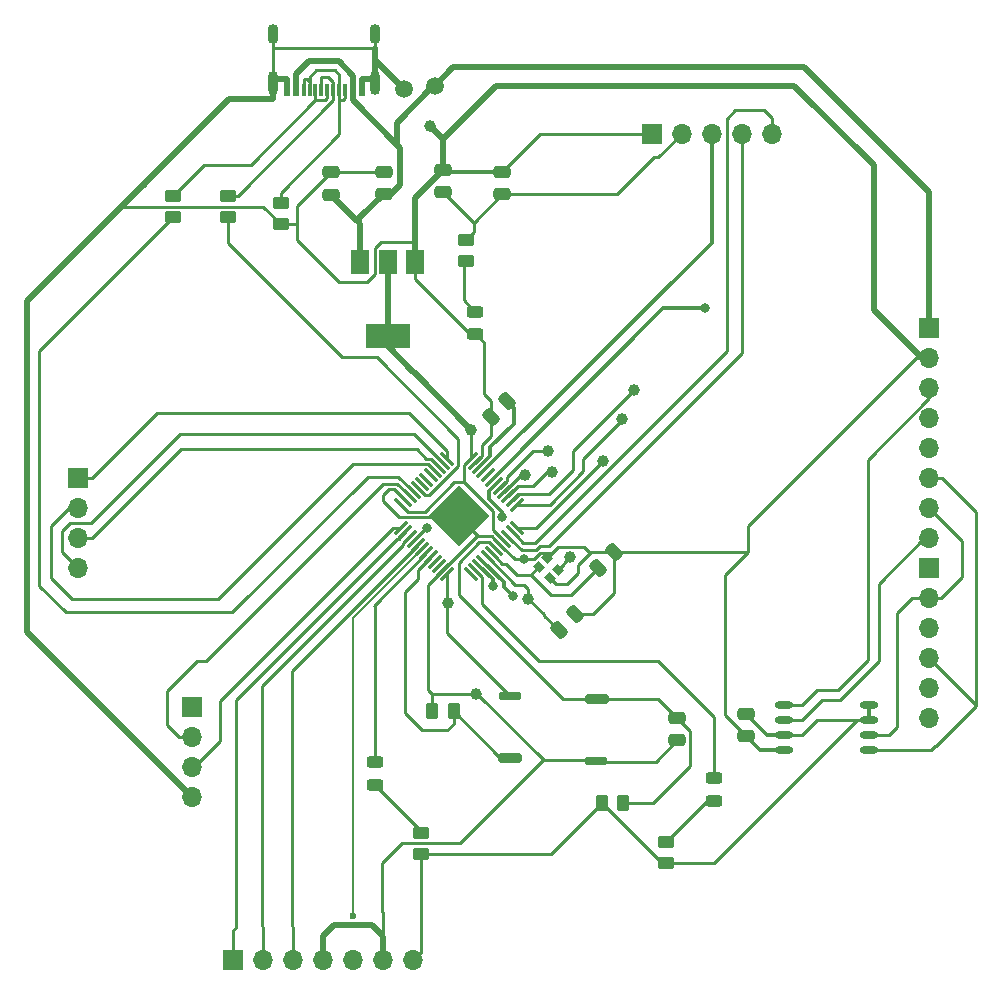
<source format=gbr>
%TF.GenerationSoftware,KiCad,Pcbnew,7.0.10*%
%TF.CreationDate,2024-04-02T20:17:41+05:30*%
%TF.ProjectId,blackpill-tft,626c6163-6b70-4696-9c6c-2d7466742e6b,rev?*%
%TF.SameCoordinates,Original*%
%TF.FileFunction,Copper,L1,Top*%
%TF.FilePolarity,Positive*%
%FSLAX46Y46*%
G04 Gerber Fmt 4.6, Leading zero omitted, Abs format (unit mm)*
G04 Created by KiCad (PCBNEW 7.0.10) date 2024-04-02 20:17:41*
%MOMM*%
%LPD*%
G01*
G04 APERTURE LIST*
G04 Aperture macros list*
%AMRoundRect*
0 Rectangle with rounded corners*
0 $1 Rounding radius*
0 $2 $3 $4 $5 $6 $7 $8 $9 X,Y pos of 4 corners*
0 Add a 4 corners polygon primitive as box body*
4,1,4,$2,$3,$4,$5,$6,$7,$8,$9,$2,$3,0*
0 Add four circle primitives for the rounded corners*
1,1,$1+$1,$2,$3*
1,1,$1+$1,$4,$5*
1,1,$1+$1,$6,$7*
1,1,$1+$1,$8,$9*
0 Add four rect primitives between the rounded corners*
20,1,$1+$1,$2,$3,$4,$5,0*
20,1,$1+$1,$4,$5,$6,$7,0*
20,1,$1+$1,$6,$7,$8,$9,0*
20,1,$1+$1,$8,$9,$2,$3,0*%
%AMRotRect*
0 Rectangle, with rotation*
0 The origin of the aperture is its center*
0 $1 length*
0 $2 width*
0 $3 Rotation angle, in degrees counterclockwise*
0 Add horizontal line*
21,1,$1,$2,0,0,$3*%
G04 Aperture macros list end*
%TA.AperFunction,SMDPad,CuDef*%
%ADD10R,1.500000X2.000000*%
%TD*%
%TA.AperFunction,SMDPad,CuDef*%
%ADD11R,3.800000X2.000000*%
%TD*%
%TA.AperFunction,SMDPad,CuDef*%
%ADD12RoundRect,0.250000X0.450000X-0.262500X0.450000X0.262500X-0.450000X0.262500X-0.450000X-0.262500X0*%
%TD*%
%TA.AperFunction,ComponentPad*%
%ADD13R,1.700000X1.700000*%
%TD*%
%TA.AperFunction,ComponentPad*%
%ADD14O,1.700000X1.700000*%
%TD*%
%TA.AperFunction,SMDPad,CuDef*%
%ADD15RoundRect,0.250000X-0.450000X0.262500X-0.450000X-0.262500X0.450000X-0.262500X0.450000X0.262500X0*%
%TD*%
%TA.AperFunction,SMDPad,CuDef*%
%ADD16RoundRect,0.243750X-0.456250X0.243750X-0.456250X-0.243750X0.456250X-0.243750X0.456250X0.243750X0*%
%TD*%
%TA.AperFunction,SMDPad,CuDef*%
%ADD17RoundRect,0.250000X-0.475000X0.250000X-0.475000X-0.250000X0.475000X-0.250000X0.475000X0.250000X0*%
%TD*%
%TA.AperFunction,SMDPad,CuDef*%
%ADD18O,1.600000X0.600000*%
%TD*%
%TA.AperFunction,SMDPad,CuDef*%
%ADD19RoundRect,0.250000X0.475000X-0.250000X0.475000X0.250000X-0.475000X0.250000X-0.475000X-0.250000X0*%
%TD*%
%TA.AperFunction,SMDPad,CuDef*%
%ADD20RoundRect,0.200000X-0.800000X0.200000X-0.800000X-0.200000X0.800000X-0.200000X0.800000X0.200000X0*%
%TD*%
%TA.AperFunction,SMDPad,CuDef*%
%ADD21RoundRect,0.185850X-0.743600X0.185850X-0.743600X-0.185850X0.743600X-0.185850X0.743600X0.185850X0*%
%TD*%
%TA.AperFunction,SMDPad,CuDef*%
%ADD22RoundRect,0.250000X0.159099X-0.512652X0.512652X-0.159099X-0.159099X0.512652X-0.512652X0.159099X0*%
%TD*%
%TA.AperFunction,SMDPad,CuDef*%
%ADD23RotRect,0.700000X0.750000X225.000000*%
%TD*%
%TA.AperFunction,SMDPad,CuDef*%
%ADD24RoundRect,0.200000X0.800000X-0.200000X0.800000X0.200000X-0.800000X0.200000X-0.800000X-0.200000X0*%
%TD*%
%TA.AperFunction,SMDPad,CuDef*%
%ADD25RoundRect,0.185850X0.730900X-0.185850X0.730900X0.185850X-0.730900X0.185850X-0.730900X-0.185850X0*%
%TD*%
%TA.AperFunction,SMDPad,CuDef*%
%ADD26RoundRect,0.243750X0.456250X-0.243750X0.456250X0.243750X-0.456250X0.243750X-0.456250X-0.243750X0*%
%TD*%
%TA.AperFunction,SMDPad,CuDef*%
%ADD27R,0.600000X1.140000*%
%TD*%
%TA.AperFunction,SMDPad,CuDef*%
%ADD28R,0.300000X1.140000*%
%TD*%
%TA.AperFunction,ComponentPad*%
%ADD29O,0.900000X2.000000*%
%TD*%
%TA.AperFunction,ComponentPad*%
%ADD30O,0.900000X1.700000*%
%TD*%
%TA.AperFunction,SMDPad,CuDef*%
%ADD31RoundRect,0.075000X0.521491X-0.415425X-0.415425X0.521491X-0.521491X0.415425X0.415425X-0.521491X0*%
%TD*%
%TA.AperFunction,SMDPad,CuDef*%
%ADD32RoundRect,0.075000X0.521491X0.415425X0.415425X0.521491X-0.521491X-0.415425X-0.415425X-0.521491X0*%
%TD*%
%TA.AperFunction,SMDPad,CuDef*%
%ADD33RotRect,3.600000X3.600000X135.000000*%
%TD*%
%TA.AperFunction,SMDPad,CuDef*%
%ADD34RoundRect,0.250000X-0.262500X-0.450000X0.262500X-0.450000X0.262500X0.450000X-0.262500X0.450000X0*%
%TD*%
%TA.AperFunction,SMDPad,CuDef*%
%ADD35RoundRect,0.250000X-0.159099X0.512652X-0.512652X0.159099X0.159099X-0.512652X0.512652X-0.159099X0*%
%TD*%
%TA.AperFunction,ViaPad*%
%ADD36C,0.800000*%
%TD*%
%TA.AperFunction,ViaPad*%
%ADD37C,1.500000*%
%TD*%
%TA.AperFunction,ViaPad*%
%ADD38C,1.000000*%
%TD*%
%TA.AperFunction,ViaPad*%
%ADD39C,0.600000*%
%TD*%
%TA.AperFunction,Conductor*%
%ADD40C,0.250000*%
%TD*%
%TA.AperFunction,Conductor*%
%ADD41C,0.500000*%
%TD*%
%TA.AperFunction,Conductor*%
%ADD42C,0.300000*%
%TD*%
%TA.AperFunction,Conductor*%
%ADD43C,0.200000*%
%TD*%
G04 APERTURE END LIST*
D10*
%TO.P,U2,1,GND*%
%TO.N,GND*%
X137720200Y-81673800D03*
%TO.P,U2,2,VO*%
%TO.N,+3.3V*%
X135420200Y-81673800D03*
D11*
X135420200Y-87973800D03*
D10*
%TO.P,U2,3,VI*%
%TO.N,+5V*%
X133120200Y-81673800D03*
%TD*%
D12*
%TO.P,R2,1*%
%TO.N,/PA11*%
X121910000Y-77903400D03*
%TO.P,R2,2*%
%TO.N,/USB_DN*%
X121910000Y-76078400D03*
%TD*%
D13*
%TO.P,J3,1,Pin_1*%
%TO.N,+3.3V*%
X118880000Y-119400000D03*
D14*
%TO.P,J3,2,Pin_2*%
%TO.N,/SWDIO*%
X118880000Y-121940000D03*
%TO.P,J3,3,Pin_3*%
%TO.N,/SWCLK*%
X118880000Y-124480000D03*
%TO.P,J3,4,Pin_4*%
%TO.N,GND*%
X118880000Y-127020000D03*
%TD*%
D15*
%TO.P,R4,1*%
%TO.N,+3.3V*%
X142075000Y-79821900D03*
%TO.P,R4,2*%
%TO.N,Net-(D1-A)*%
X142075000Y-81646900D03*
%TD*%
D16*
%TO.P,D3,1,K*%
%TO.N,/PC13*%
X163062800Y-125421700D03*
%TO.P,D3,2,A*%
%TO.N,Net-(D3-A)*%
X163062800Y-127296700D03*
%TD*%
D17*
%TO.P,C8,1*%
%TO.N,/NRST*%
X159938600Y-120303800D03*
%TO.P,C8,2*%
%TO.N,GND*%
X159938600Y-122203800D03*
%TD*%
D18*
%TO.P,U3,1,~{CS}*%
%TO.N,/PA4*%
X168980000Y-119225000D03*
%TO.P,U3,2,DO(IO1)*%
%TO.N,/PA6*%
X168980000Y-120495000D03*
%TO.P,U3,3,~{WP}(IO2)*%
%TO.N,+3.3V*%
X168980000Y-121765000D03*
%TO.P,U3,4,GND*%
%TO.N,GND*%
X168980000Y-123035000D03*
%TO.P,U3,5,DI(IO0)*%
%TO.N,/PA7*%
X176180000Y-123035000D03*
%TO.P,U3,6,CLK*%
%TO.N,/PA5*%
X176180000Y-121765000D03*
%TO.P,U3,7,~{HOLD}/~{RESET}(IO3)*%
%TO.N,+3.3V*%
X176180000Y-120495000D03*
%TO.P,U3,8,VCC*%
X176180000Y-119225000D03*
%TD*%
D17*
%TO.P,C9,1*%
%TO.N,+3.3V*%
X165760000Y-119950000D03*
%TO.P,C9,2*%
%TO.N,GND*%
X165760000Y-121850000D03*
%TD*%
D19*
%TO.P,C1,1*%
%TO.N,+5V*%
X135080000Y-75940000D03*
%TO.P,C1,2*%
%TO.N,GND*%
X135080000Y-74040000D03*
%TD*%
D20*
%TO.P,NRST1,1,1*%
%TO.N,/NRST*%
X153144100Y-118687300D03*
D21*
%TO.P,NRST1,2,2*%
%TO.N,GND*%
X153103650Y-123946200D03*
%TD*%
D22*
%TO.P,C7,1*%
%TO.N,Net-(U1-PH1)*%
X153238249Y-107571751D03*
%TO.P,C7,2*%
%TO.N,GND*%
X154581751Y-106228249D03*
%TD*%
D15*
%TO.P,R1,1*%
%TO.N,/CC*%
X126400200Y-76671300D03*
%TO.P,R1,2*%
%TO.N,GND*%
X126400200Y-78496300D03*
%TD*%
D12*
%TO.P,R5,1*%
%TO.N,+3.3V*%
X158973400Y-132611300D03*
%TO.P,R5,2*%
%TO.N,Net-(D3-A)*%
X158973400Y-130786300D03*
%TD*%
D23*
%TO.P,Y1,1,1*%
%TO.N,Net-(U1-PH0)*%
X149870850Y-107733744D03*
%TO.P,Y1,2,2*%
%TO.N,GND*%
X148916256Y-106779150D03*
%TO.P,Y1,3,3*%
%TO.N,Net-(U1-PH1)*%
X148209150Y-107486256D03*
%TO.P,Y1,4,4*%
%TO.N,GND*%
X149163744Y-108440850D03*
%TD*%
D24*
%TO.P,BOOT1,1,1*%
%TO.N,/BOOT0*%
X145800000Y-123660000D03*
D25*
%TO.P,BOOT1,2,2*%
%TO.N,+3.3V*%
X145827750Y-118426500D03*
%TD*%
D19*
%TO.P,C3,1*%
%TO.N,+3.3V*%
X140100200Y-75773800D03*
%TO.P,C3,2*%
%TO.N,GND*%
X140100200Y-73873800D03*
%TD*%
%TO.P,C2,1*%
%TO.N,+5V*%
X130620200Y-76003800D03*
%TO.P,C2,2*%
%TO.N,GND*%
X130620200Y-74103800D03*
%TD*%
D16*
%TO.P,D4,1,K*%
%TO.N,/PB7*%
X134330000Y-124065000D03*
%TO.P,D4,2,A*%
%TO.N,Net-(D4-A)*%
X134330000Y-125940000D03*
%TD*%
D12*
%TO.P,R9,1*%
%TO.N,+3.3V*%
X138243500Y-131841400D03*
%TO.P,R9,2*%
%TO.N,Net-(D4-A)*%
X138243500Y-130016400D03*
%TD*%
D26*
%TO.P,D1,1,K*%
%TO.N,GND*%
X142862400Y-87782700D03*
%TO.P,D1,2,A*%
%TO.N,Net-(D1-A)*%
X142862400Y-85907700D03*
%TD*%
D27*
%TO.P,J1,A1_B12,GND*%
%TO.N,GND*%
X133270200Y-67123800D03*
%TO.P,J1,A4_B9,VBUS*%
%TO.N,+5V*%
X132470200Y-67123800D03*
D28*
%TO.P,J1,A5,CC1*%
%TO.N,/CC*%
X131320200Y-67123800D03*
%TO.P,J1,A6,DP1*%
%TO.N,/USB_DP*%
X130320200Y-67123800D03*
%TO.P,J1,A7,DN1*%
%TO.N,/USB_DN*%
X129820200Y-67123800D03*
%TO.P,J1,A8,SBU1*%
%TO.N,/CC*%
X128820200Y-67123800D03*
D27*
%TO.P,J1,B1_A12,GND*%
%TO.N,GND*%
X126870200Y-67123800D03*
%TO.P,J1,B4_A9,VBUS*%
%TO.N,+5V*%
X127670200Y-67123800D03*
D28*
%TO.P,J1,B5,CC2*%
%TO.N,/CC*%
X128320200Y-67123800D03*
%TO.P,J1,B6,DP2*%
%TO.N,/USB_DP*%
X129320200Y-67123800D03*
%TO.P,J1,B7,DN2*%
%TO.N,/USB_DN*%
X130820200Y-67123800D03*
%TO.P,J1,B8,SBU2*%
%TO.N,/CC*%
X131820200Y-67123800D03*
D29*
%TO.P,J1,S1,SHIELD*%
%TO.N,GND*%
X134395200Y-66543800D03*
%TO.P,J1,S2,SHIELD*%
X125745200Y-66543800D03*
D30*
%TO.P,J1,S3,SHIELD*%
X134395200Y-62373800D03*
%TO.P,J1,S4,SHIELD*%
X125745200Y-62373800D03*
%TD*%
D31*
%TO.P,U1,1,VBAT*%
%TO.N,/VBAT*%
X142470888Y-108129076D03*
%TO.P,U1,2,PC13*%
%TO.N,/PC13*%
X142824442Y-107775522D03*
%TO.P,U1,3,PC14*%
%TO.N,/PC14*%
X143177995Y-107421969D03*
%TO.P,U1,4,PC15*%
%TO.N,/PC15*%
X143531549Y-107068415D03*
%TO.P,U1,5,PH0*%
%TO.N,Net-(U1-PH0)*%
X143885102Y-106714862D03*
%TO.P,U1,6,PH1*%
%TO.N,Net-(U1-PH1)*%
X144238655Y-106361309D03*
%TO.P,U1,7,NRST*%
%TO.N,/NRST*%
X144592209Y-106007755D03*
%TO.P,U1,8,VSSA*%
%TO.N,GND*%
X144945762Y-105654202D03*
%TO.P,U1,9,VREF+*%
%TO.N,+3.3V*%
X145299315Y-105300649D03*
%TO.P,U1,10,PA0*%
%TO.N,/PA0*%
X145652869Y-104947095D03*
%TO.P,U1,11,PA1*%
%TO.N,/PA1*%
X146006422Y-104593542D03*
%TO.P,U1,12,PA2*%
%TO.N,/PA2*%
X146359976Y-104239988D03*
D32*
%TO.P,U1,13,PA3*%
%TO.N,/PA3*%
X146359976Y-102242412D03*
%TO.P,U1,14,PA4*%
%TO.N,/PA4*%
X146006422Y-101888858D03*
%TO.P,U1,15,PA5*%
%TO.N,/PA5*%
X145652869Y-101535305D03*
%TO.P,U1,16,PA6*%
%TO.N,/PA6*%
X145299315Y-101181751D03*
%TO.P,U1,17,PA7*%
%TO.N,/PA7*%
X144945762Y-100828198D03*
%TO.P,U1,18,PB0*%
%TO.N,/PB0*%
X144592209Y-100474645D03*
%TO.P,U1,19,PB1*%
%TO.N,/PB1*%
X144238655Y-100121091D03*
%TO.P,U1,20,PB2*%
%TO.N,/PB2*%
X143885102Y-99767538D03*
%TO.P,U1,21,PB10*%
%TO.N,/PB10*%
X143531549Y-99413985D03*
%TO.P,U1,22,VCAP1*%
%TO.N,Net-(U1-VCAP1)*%
X143177995Y-99060431D03*
%TO.P,U1,23,VSS*%
%TO.N,GND*%
X142824442Y-98706878D03*
%TO.P,U1,24,VDD*%
%TO.N,+3.3V*%
X142470888Y-98353324D03*
D31*
%TO.P,U1,25,PB12*%
%TO.N,/PB12*%
X140473312Y-98353324D03*
%TO.P,U1,26,PB13*%
%TO.N,/PB13*%
X140119758Y-98706878D03*
%TO.P,U1,27,PB14*%
%TO.N,/PB14*%
X139766205Y-99060431D03*
%TO.P,U1,28,PB15*%
%TO.N,/PB15*%
X139412651Y-99413985D03*
%TO.P,U1,29,PA8*%
%TO.N,/PA8*%
X139059098Y-99767538D03*
%TO.P,U1,30,PA9*%
%TO.N,/PA9*%
X138705545Y-100121091D03*
%TO.P,U1,31,PA10*%
%TO.N,/PA10*%
X138351991Y-100474645D03*
%TO.P,U1,32,PA11*%
%TO.N,/PA11*%
X137998438Y-100828198D03*
%TO.P,U1,33,PA12*%
%TO.N,/PA12*%
X137644885Y-101181751D03*
%TO.P,U1,34,PA13*%
%TO.N,/SWDIO*%
X137291331Y-101535305D03*
%TO.P,U1,35,VSS*%
%TO.N,GND*%
X136937778Y-101888858D03*
%TO.P,U1,36,VDD*%
%TO.N,+3.3V*%
X136584224Y-102242412D03*
D32*
%TO.P,U1,37,PA14*%
%TO.N,/SWCLK*%
X136584224Y-104239988D03*
%TO.P,U1,38,PA15*%
%TO.N,/PA15*%
X136937778Y-104593542D03*
%TO.P,U1,39,PB3*%
%TO.N,/PB3*%
X137291331Y-104947095D03*
%TO.P,U1,40,PB4*%
%TO.N,/PB4*%
X137644885Y-105300649D03*
%TO.P,U1,41,PB5*%
%TO.N,/PB5*%
X137998438Y-105654202D03*
%TO.P,U1,42,PB6*%
%TO.N,/PB6*%
X138351991Y-106007755D03*
%TO.P,U1,43,PB7*%
%TO.N,/PB7*%
X138705545Y-106361309D03*
%TO.P,U1,44,BOOT0*%
%TO.N,/BOOT0*%
X139059098Y-106714862D03*
%TO.P,U1,45,PB8*%
%TO.N,/PB8*%
X139412651Y-107068415D03*
%TO.P,U1,46,PB9*%
%TO.N,/PB9*%
X139766205Y-107421969D03*
%TO.P,U1,47,VSS*%
%TO.N,GND*%
X140119758Y-107775522D03*
%TO.P,U1,48,VDD*%
%TO.N,+3.3V*%
X140473312Y-108129076D03*
D33*
%TO.P,U1,49,VSS*%
%TO.N,GND*%
X141472100Y-103241200D03*
%TD*%
D34*
%TO.P,R7,1*%
%TO.N,GND*%
X139185200Y-119747300D03*
%TO.P,R7,2*%
%TO.N,/BOOT0*%
X141010200Y-119747300D03*
%TD*%
D35*
%TO.P,C5,1*%
%TO.N,Net-(U1-VCAP1)*%
X145521751Y-93448249D03*
%TO.P,C5,2*%
%TO.N,GND*%
X144178249Y-94791751D03*
%TD*%
D22*
%TO.P,C6,1*%
%TO.N,Net-(U1-PH0)*%
X149928249Y-112871751D03*
%TO.P,C6,2*%
%TO.N,GND*%
X151271751Y-111528249D03*
%TD*%
D12*
%TO.P,R3,1*%
%TO.N,/PA12*%
X117260200Y-77926300D03*
%TO.P,R3,2*%
%TO.N,/USB_DP*%
X117260200Y-76101300D03*
%TD*%
D19*
%TO.P,C4,1*%
%TO.N,+3.3V*%
X145100200Y-75973800D03*
%TO.P,C4,2*%
%TO.N,GND*%
X145100200Y-74073800D03*
%TD*%
D34*
%TO.P,R8,1*%
%TO.N,+3.3V*%
X153565100Y-127527600D03*
%TO.P,R8,2*%
%TO.N,/NRST*%
X155390100Y-127527600D03*
%TD*%
D13*
%TO.P,J6,1,Pin_1*%
%TO.N,/PA15*%
X122365000Y-140820000D03*
D14*
%TO.P,J6,2,Pin_2*%
%TO.N,/PB3*%
X124905000Y-140820000D03*
%TO.P,J6,3,Pin_3*%
%TO.N,/PB5*%
X127445000Y-140820000D03*
%TO.P,J6,4,Pin_4*%
%TO.N,GND*%
X129985000Y-140820000D03*
%TO.P,J6,5,Pin_5*%
%TO.N,/PB6*%
X132525000Y-140820000D03*
%TO.P,J6,6,Pin_6*%
%TO.N,GND*%
X135065000Y-140820000D03*
%TO.P,J6,7,Pin_7*%
%TO.N,+3.3V*%
X137605000Y-140820000D03*
%TD*%
D13*
%TO.P,J7,1,Pin_1*%
%TO.N,unconnected-(J7-Pin_1-Pad1)*%
X181280000Y-107620000D03*
D14*
%TO.P,J7,2,Pin_2*%
%TO.N,/PA5*%
X181280000Y-110160000D03*
%TO.P,J7,3,Pin_3*%
%TO.N,/PB1*%
X181280000Y-112700000D03*
%TO.P,J7,4,Pin_4*%
%TO.N,/PA7*%
X181280000Y-115240000D03*
%TO.P,J7,5,Pin_5*%
%TO.N,/PB4*%
X181280000Y-117780000D03*
%TO.P,J7,6,Pin_6*%
%TO.N,/PB0*%
X181280000Y-120320000D03*
%TD*%
D13*
%TO.P,TFT DISPLAY,1,Pin_1*%
%TO.N,+5V*%
X181300000Y-87300000D03*
D14*
%TO.P,TFT DISPLAY,2,Pin_2*%
%TO.N,GND*%
X181300000Y-89840000D03*
%TO.P,TFT DISPLAY,3,Pin_3*%
%TO.N,/PA4*%
X181300000Y-92380000D03*
%TO.P,TFT DISPLAY,4,Pin_4*%
%TO.N,/PA3*%
X181300000Y-94920000D03*
%TO.P,TFT DISPLAY,5,Pin_5*%
%TO.N,/PA2*%
X181300000Y-97460000D03*
%TO.P,TFT DISPLAY,6,Pin_6*%
%TO.N,/PA7*%
X181300000Y-100000000D03*
%TO.P,TFT DISPLAY,7,Pin_7*%
%TO.N,/PA5*%
X181300000Y-102540000D03*
%TO.P,TFT DISPLAY,8,Pin_8*%
%TO.N,/PA6*%
X181300000Y-105080000D03*
%TD*%
D13*
%TO.P,J5,1,Pin_1*%
%TO.N,GND*%
X157795000Y-70820000D03*
D14*
%TO.P,J5,2,Pin_2*%
%TO.N,+3.3V*%
X160335000Y-70820000D03*
%TO.P,J5,3,Pin_3*%
%TO.N,/PB10*%
X162875000Y-70820000D03*
%TO.P,J5,4,Pin_4*%
%TO.N,/PA0*%
X165415000Y-70820000D03*
%TO.P,J5,5,Pin_5*%
%TO.N,/PA1*%
X167955000Y-70820000D03*
%TD*%
D13*
%TO.P,J4,1,Pin_1*%
%TO.N,/PB12*%
X109240000Y-100000000D03*
D14*
%TO.P,J4,2,Pin_2*%
%TO.N,/PB15*%
X109240000Y-102540000D03*
%TO.P,J4,3,Pin_3*%
%TO.N,/PB14*%
X109240000Y-105080000D03*
%TO.P,J4,4,Pin_4*%
%TO.N,/PB13*%
X109240000Y-107620000D03*
%TD*%
D36*
%TO.N,GND*%
X146980000Y-106830000D03*
D37*
X136845200Y-67020000D03*
D38*
X138990000Y-70200000D03*
X142880000Y-118250000D03*
D37*
%TO.N,+5V*%
X139435000Y-66785000D03*
D38*
%TO.N,Net-(U1-PH0)*%
X150850000Y-106690000D03*
X147350000Y-110190000D03*
D36*
%TO.N,/PC14*%
X144320000Y-109140000D03*
%TO.N,/PC15*%
X146070000Y-110000000D03*
D38*
%TO.N,/PA2*%
X153683438Y-98543438D03*
%TO.N,/PA3*%
X155300000Y-95000000D03*
%TO.N,/PA4*%
X156260000Y-92540000D03*
%TO.N,/PA5*%
X149380000Y-99470000D03*
%TO.N,/PA6*%
X147100000Y-99740000D03*
%TO.N,+3.3V*%
X140520000Y-110570000D03*
X142520400Y-95889500D03*
%TO.N,/PA7*%
X149010000Y-97700000D03*
D36*
%TO.N,/PB0*%
X145120000Y-103260000D03*
%TO.N,/PB1*%
X162320000Y-85610000D03*
%TO.N,/PB4*%
X138800000Y-104210000D03*
D39*
%TO.N,/PB6*%
X132520000Y-137040000D03*
%TD*%
D40*
%TO.N,GND*%
X146196914Y-106870000D02*
X146940000Y-106870000D01*
D41*
X137720200Y-80020000D02*
X137720200Y-81673800D01*
X129985000Y-138755000D02*
X130880000Y-137860000D01*
D40*
X131300000Y-83380000D02*
X133694400Y-83380000D01*
X152500000Y-106228200D02*
X152071800Y-105800000D01*
X142880000Y-118250000D02*
X142870000Y-118240000D01*
D41*
X134395200Y-63550700D02*
X134395200Y-64570000D01*
D40*
X135050000Y-101440000D02*
X135560000Y-100930000D01*
X147020000Y-106870000D02*
X147835456Y-106870000D01*
D42*
X140300200Y-74073800D02*
X140100200Y-73873800D01*
D40*
X144281604Y-104919300D02*
X144376354Y-105014050D01*
D41*
X176610000Y-73510000D02*
X176610000Y-85740000D01*
X130880000Y-137860000D02*
X134095000Y-137860000D01*
X134395200Y-64570000D02*
X136845200Y-67020000D01*
D40*
X143393849Y-98137451D02*
X142824400Y-98706900D01*
X134343300Y-82731100D02*
X134343300Y-80525800D01*
X127746800Y-78496300D02*
X126400200Y-78496300D01*
D41*
X137720200Y-76253800D02*
X137720200Y-80020000D01*
D40*
X124917700Y-77013800D02*
X112886200Y-77013800D01*
X158152400Y-123990000D02*
X159938600Y-122203800D01*
D41*
X122029300Y-67870700D02*
X125745200Y-67870700D01*
X169870000Y-66770000D02*
X176610000Y-73510000D01*
X138990000Y-70200000D02*
X140100200Y-71310200D01*
D40*
X134950000Y-136678400D02*
X134950000Y-132610000D01*
X125745200Y-63550700D02*
X134395200Y-63550700D01*
X138860000Y-117914800D02*
X139185200Y-118240000D01*
X149220000Y-123880000D02*
X148640000Y-123880000D01*
D41*
X133270200Y-67123800D02*
X133270200Y-66226900D01*
D40*
X147835456Y-106870000D02*
X148333156Y-106372300D01*
X154581800Y-106228200D02*
X154581800Y-109730700D01*
D42*
X168980000Y-123035000D02*
X166945000Y-123035000D01*
D40*
X136631100Y-130928900D02*
X141561100Y-130928900D01*
X148916300Y-106779100D02*
X149323100Y-106372300D01*
X130620200Y-74103800D02*
X135016200Y-74103800D01*
X164510000Y-120600000D02*
X165760000Y-121850000D01*
D41*
X140100200Y-73873800D02*
X137720200Y-76253800D01*
X134762500Y-138527500D02*
X135065000Y-138830000D01*
D40*
X136387800Y-103307800D02*
X135050000Y-101970000D01*
X142862400Y-87782700D02*
X142382700Y-87782700D01*
X141836900Y-103606000D02*
X141538700Y-103307800D01*
X153037500Y-123880000D02*
X153147500Y-123990000D01*
X149163700Y-108440900D02*
X149660000Y-108937200D01*
X142862400Y-87782700D02*
X143580000Y-88500300D01*
X163970000Y-120040000D02*
X164510000Y-120580000D01*
D41*
X126870200Y-67123800D02*
X126870200Y-66226900D01*
D40*
X152671800Y-106228200D02*
X154581800Y-106228200D01*
X142976000Y-104919300D02*
X138860000Y-109035300D01*
D42*
X166945000Y-123035000D02*
X165760000Y-121850000D01*
D40*
X157795000Y-70820000D02*
X148354000Y-70820000D01*
X137720200Y-83120200D02*
X137720200Y-81673800D01*
D41*
X104880000Y-113020000D02*
X118880000Y-127020000D01*
X134095000Y-137860000D02*
X134762500Y-138527500D01*
D40*
X134839100Y-80030000D02*
X137710200Y-80030000D01*
X125745200Y-62373800D02*
X125745200Y-63550700D01*
X145069800Y-74043400D02*
X145100200Y-74073800D01*
X153147500Y-123990000D02*
X158152400Y-123990000D01*
X149820000Y-105800000D02*
X149323100Y-106296900D01*
X165908800Y-106228200D02*
X154581800Y-106228200D01*
D41*
X129985000Y-140820000D02*
X129985000Y-138755000D01*
D40*
X143580000Y-88500300D02*
X143580000Y-92870000D01*
X134950000Y-132610000D02*
X136631100Y-130928900D01*
X144376354Y-105049440D02*
X146196914Y-106870000D01*
X154581800Y-109730700D02*
X152784251Y-111528249D01*
X141836900Y-103606000D02*
X142931300Y-104700400D01*
X148640000Y-123880000D02*
X143000000Y-118240000D01*
X142931300Y-104700400D02*
X142976000Y-104745100D01*
X152784251Y-111528249D02*
X151271751Y-111528249D01*
D41*
X176610000Y-85740000D02*
X180710000Y-89840000D01*
X136262400Y-66437200D02*
X136262400Y-66432400D01*
D40*
X139185200Y-118240000D02*
X139185200Y-118688400D01*
X163970000Y-108167000D02*
X163970000Y-120040000D01*
X143580000Y-92870000D02*
X144178249Y-93468249D01*
X127746800Y-76977200D02*
X127746800Y-78496300D01*
D41*
X136845200Y-67020000D02*
X136262400Y-66437200D01*
D40*
X140100200Y-74043400D02*
X140100200Y-73873800D01*
X135016200Y-74103800D02*
X135080000Y-74040000D01*
X133694400Y-83380000D02*
X134343300Y-82731100D01*
D41*
X138990000Y-70200000D02*
X139690000Y-70900000D01*
D40*
X146940000Y-106870000D02*
X146980000Y-106830000D01*
X141472100Y-103241200D02*
X141538700Y-103307800D01*
X148610000Y-123880000D02*
X153037500Y-123880000D01*
D41*
X114882550Y-75017450D02*
X112785000Y-77115000D01*
D40*
X142890000Y-118240000D02*
X142880000Y-118250000D01*
X164510000Y-120580000D02*
X164510000Y-120600000D01*
X148354000Y-70820000D02*
X145100200Y-74073800D01*
D41*
X140100200Y-71310200D02*
X140100200Y-73873800D01*
D40*
X165908800Y-106228200D02*
X163970000Y-108167000D01*
X134950000Y-136678400D02*
X135065000Y-136793400D01*
X150652800Y-108937200D02*
X151536900Y-108053100D01*
X142870000Y-118240000D02*
X139185200Y-118240000D01*
X127746800Y-79826800D02*
X131300000Y-83380000D01*
D41*
X112785000Y-77115000D02*
X104880000Y-85020000D01*
X125745200Y-66226900D02*
X126870200Y-66226900D01*
X125745200Y-67870700D02*
X125745200Y-66543800D01*
D40*
X126400200Y-78496300D02*
X124917700Y-77013800D01*
X139185200Y-118688400D02*
X139185200Y-119747300D01*
X152071800Y-105800000D02*
X149820000Y-105800000D01*
X151536900Y-108053100D02*
X151536900Y-107363100D01*
X125745200Y-63550700D02*
X125745200Y-66226900D01*
D41*
X180710000Y-89840000D02*
X181300000Y-89840000D01*
D40*
X142976000Y-104919300D02*
X144281604Y-104919300D01*
X149660000Y-108937200D02*
X150652800Y-108937200D01*
X180123100Y-89840000D02*
X165908800Y-104054300D01*
X127746800Y-78496300D02*
X127746800Y-79826800D01*
X134395200Y-66226900D02*
X134395200Y-66543800D01*
X112886200Y-77013800D02*
X112785000Y-77115000D01*
X135065000Y-136793400D02*
X135065000Y-138830000D01*
X144178249Y-93468249D02*
X144178249Y-96431751D01*
X144178249Y-96431751D02*
X143393849Y-97216151D01*
X143393849Y-97216151D02*
X143393849Y-98137451D01*
X114882550Y-75017450D02*
X114882550Y-75263050D01*
X135978900Y-100930000D02*
X136937800Y-101888900D01*
X138860000Y-109035300D02*
X138860000Y-117914800D01*
X135560000Y-100930000D02*
X135978900Y-100930000D01*
X134343300Y-80525800D02*
X134839100Y-80030000D01*
X135050000Y-101970000D02*
X135050000Y-101440000D01*
X148333156Y-106372300D02*
X149323100Y-106372300D01*
X134395200Y-62373800D02*
X134395200Y-63550700D01*
X141538700Y-103307800D02*
X136387800Y-103307800D01*
X165908800Y-104054300D02*
X165908800Y-106228200D01*
D41*
X114882550Y-75017450D02*
X122029300Y-67870700D01*
D40*
X149323100Y-106296900D02*
X149323100Y-106372300D01*
X142382700Y-87782700D02*
X137720200Y-83120200D01*
X151536900Y-107363100D02*
X152671800Y-106228200D01*
D41*
X104880000Y-85020000D02*
X104880000Y-113020000D01*
D40*
X146980000Y-106830000D02*
X147020000Y-106870000D01*
D41*
X140100200Y-71310200D02*
X144640400Y-66770000D01*
X129985000Y-140820000D02*
X130310000Y-140495000D01*
D40*
X142976000Y-104745100D02*
X142976000Y-104919300D01*
D41*
X134395200Y-66226900D02*
X133270200Y-66226900D01*
D40*
X181300000Y-89840000D02*
X180123100Y-89840000D01*
X137710200Y-80030000D02*
X137720200Y-80020000D01*
D41*
X135065000Y-138830000D02*
X135065000Y-140820000D01*
D42*
X145100200Y-74073800D02*
X140300200Y-74073800D01*
D40*
X144376354Y-105014050D02*
X144376354Y-105049440D01*
D41*
X144640400Y-66770000D02*
X169870000Y-66770000D01*
D40*
X130620200Y-74103800D02*
X127746800Y-76977200D01*
X143000000Y-118240000D02*
X142890000Y-118240000D01*
X125745200Y-66226900D02*
X125745200Y-66543800D01*
D42*
X136845200Y-67020000D02*
X136850000Y-67020000D01*
D40*
X141561100Y-130928900D02*
X148610000Y-123880000D01*
D41*
X134395200Y-64570000D02*
X134395200Y-66226900D01*
%TO.N,+5V*%
X135080000Y-75940000D02*
X133125000Y-77895000D01*
D42*
X133120200Y-78503800D02*
X133125000Y-78499000D01*
D40*
X132470200Y-66675300D02*
X132470200Y-67123800D01*
D41*
X170720000Y-65230000D02*
X181300000Y-75810000D01*
X128740000Y-64710000D02*
X131270000Y-64710000D01*
X135730000Y-75940000D02*
X135080000Y-75940000D01*
X140990000Y-65230000D02*
X170720000Y-65230000D01*
X133120200Y-78503800D02*
X133120200Y-81673800D01*
X132470200Y-67123800D02*
X132470200Y-68020700D01*
X139435000Y-66785000D02*
X140990000Y-65230000D01*
X139305000Y-66785000D02*
X136190000Y-69900000D01*
X139435000Y-66785000D02*
X139305000Y-66785000D01*
X133125000Y-77895000D02*
X132818200Y-78201800D01*
X136190000Y-69900000D02*
X136190000Y-71740500D01*
X136240500Y-71791000D02*
X136470000Y-72020500D01*
X136470000Y-75200000D02*
X135730000Y-75940000D01*
D42*
X133125000Y-78499000D02*
X133125000Y-77895000D01*
D41*
X132470200Y-65910200D02*
X132470200Y-66675300D01*
X136240500Y-71791000D02*
X132470200Y-68020700D01*
X127670200Y-67123800D02*
X127670200Y-65779800D01*
X136190000Y-71740500D02*
X136240500Y-71791000D01*
D42*
X133120200Y-78503800D02*
X132818200Y-78201800D01*
D41*
X131270000Y-64710000D02*
X132470200Y-65910200D01*
X130620200Y-76003800D02*
X132818200Y-78201800D01*
X136470000Y-72020500D02*
X136470000Y-75200000D01*
X181300000Y-75810000D02*
X181300000Y-87300000D01*
X127670200Y-65779800D02*
X128740000Y-64710000D01*
D40*
%TO.N,/USB_DP*%
X130105600Y-68020700D02*
X130320200Y-67806100D01*
X123823500Y-73515700D02*
X119845800Y-73515700D01*
X129320200Y-68019000D02*
X123823500Y-73515700D01*
X129320200Y-68019000D02*
X129321900Y-68020700D01*
X129321900Y-68020700D02*
X130105600Y-68020700D01*
X130320200Y-67806100D02*
X130320200Y-67123800D01*
X129320200Y-67123800D02*
X129320200Y-67907300D01*
X119845800Y-73515700D02*
X117260200Y-76101300D01*
X129320200Y-67907300D02*
X129320200Y-68019000D01*
%TO.N,/USB_DN*%
X122762500Y-76078400D02*
X130820200Y-68020700D01*
X130418700Y-66040000D02*
X130820200Y-66441500D01*
X130820200Y-67123800D02*
X130820200Y-68020700D01*
X121910000Y-76078400D02*
X122762500Y-76078400D01*
X130820200Y-66441500D02*
X130820200Y-67123800D01*
X129820200Y-67123800D02*
X129820200Y-66040000D01*
X129820200Y-66040000D02*
X130418700Y-66040000D01*
%TO.N,/CC*%
X131320200Y-65860200D02*
X131320200Y-67123800D01*
X128820200Y-66675300D02*
X128820200Y-66423100D01*
X128820200Y-66423100D02*
X128820200Y-66039800D01*
X131820200Y-67854800D02*
X131654300Y-68020700D01*
X126400200Y-75819800D02*
X131320200Y-70899800D01*
X126400200Y-76671300D02*
X126400200Y-75819800D01*
X131320200Y-70899800D02*
X131320200Y-68020700D01*
X128320200Y-67123800D02*
X128320200Y-66226900D01*
X128820200Y-66423100D02*
X128624000Y-66226900D01*
X131820200Y-67123800D02*
X131820200Y-67854800D01*
X131654300Y-68020700D02*
X131320200Y-68020700D01*
X130940000Y-65480000D02*
X131320200Y-65860200D01*
X128624000Y-66226900D02*
X128320200Y-66226900D01*
X131320200Y-67123800D02*
X131320200Y-68020700D01*
X129380000Y-65480000D02*
X130940000Y-65480000D01*
X128820200Y-66039800D02*
X129380000Y-65480000D01*
X128820200Y-67123800D02*
X128820200Y-66675300D01*
D42*
%TO.N,Net-(U1-VCAP1)*%
X144130000Y-97400000D02*
X146120000Y-95410000D01*
X143177995Y-99060431D02*
X144130000Y-98108426D01*
X146120000Y-94046498D02*
X145521751Y-93448249D01*
X146120000Y-95410000D02*
X146120000Y-94046498D01*
X144130000Y-98108426D02*
X144130000Y-97400000D01*
D40*
%TO.N,Net-(U1-PH0)*%
X150349500Y-107255100D02*
X149870900Y-107733700D01*
X146980000Y-109010000D02*
X146180200Y-109010000D01*
X147350000Y-110190000D02*
X147350000Y-109380000D01*
X147350000Y-110190000D02*
X148688200Y-111528200D01*
X150349500Y-107190500D02*
X150349500Y-107255100D01*
X148688200Y-111528200D02*
X148688200Y-111631702D01*
X150850000Y-106690000D02*
X150349500Y-107190500D01*
X146180200Y-109010000D02*
X143885100Y-106714900D01*
X147350000Y-109380000D02*
X146980000Y-109010000D01*
X148688200Y-111631702D02*
X149928249Y-112871751D01*
%TO.N,Net-(U1-PH1)*%
X144238700Y-106361300D02*
X145127400Y-107250000D01*
X145127400Y-107250000D02*
X145480000Y-107250000D01*
X147580000Y-108115406D02*
X148209150Y-107486256D01*
X147580000Y-108180000D02*
X147580000Y-108115406D01*
X149260000Y-109860000D02*
X150950000Y-109860000D01*
X145480000Y-107250000D02*
X146410000Y-108180000D01*
X150950000Y-109860000D02*
X153238200Y-107571800D01*
X146410000Y-108180000D02*
X147580000Y-108180000D01*
X147580000Y-108180000D02*
X149260000Y-109860000D01*
%TO.N,/NRST*%
X143193500Y-105436500D02*
X141440000Y-107190000D01*
X157862400Y-127527600D02*
X161012200Y-124377800D01*
X159938600Y-120303800D02*
X158322100Y-118687300D01*
X161012200Y-124377800D02*
X161012200Y-121377400D01*
X141440000Y-109850000D02*
X150277300Y-118687300D01*
X141440000Y-107190000D02*
X141440000Y-109850000D01*
X158322100Y-118687300D02*
X153144100Y-118687300D01*
X144592200Y-106007800D02*
X144020900Y-105436500D01*
X155390100Y-127527600D02*
X157862400Y-127527600D01*
X161012200Y-121377400D02*
X159938600Y-120303800D01*
X144020900Y-105436500D02*
X143193500Y-105436500D01*
X150277300Y-118687300D02*
X153144100Y-118687300D01*
%TO.N,Net-(D1-A)*%
X141880000Y-84925300D02*
X141880000Y-81841900D01*
X141880000Y-81841900D02*
X142075000Y-81646900D01*
X142862400Y-85907700D02*
X141880000Y-84925300D01*
%TO.N,Net-(D3-A)*%
X162463000Y-127296700D02*
X158973400Y-130786300D01*
X163062800Y-127296700D02*
X162463000Y-127296700D01*
%TO.N,/BOOT0*%
X144922900Y-123660000D02*
X141010200Y-119747300D01*
X136920000Y-109620000D02*
X137990000Y-108550000D01*
X137990000Y-107784000D02*
X139059100Y-106714900D01*
X138350000Y-121300000D02*
X136920000Y-119870000D01*
X136920000Y-119870000D02*
X136920000Y-109620000D01*
X141010200Y-119747300D02*
X141010200Y-120779800D01*
X145800000Y-123660000D02*
X144922900Y-123660000D01*
X140490000Y-121300000D02*
X138350000Y-121300000D01*
X137990000Y-108550000D02*
X137990000Y-107784000D01*
X141010200Y-120779800D02*
X140490000Y-121300000D01*
%TO.N,/PA11*%
X138614600Y-101444400D02*
X137998400Y-100828200D01*
X121910000Y-80130000D02*
X131560000Y-89780000D01*
X134500000Y-89780000D02*
X141404500Y-96684500D01*
X141404500Y-96684500D02*
X141404500Y-98935400D01*
X141404500Y-98935400D02*
X138895500Y-101444400D01*
X138895500Y-101444400D02*
X138614600Y-101444400D01*
X131560000Y-89780000D02*
X134500000Y-89780000D01*
X121910000Y-77903400D02*
X121910000Y-80130000D01*
%TO.N,/PA12*%
X122230000Y-111370000D02*
X108200000Y-111370000D01*
X105950000Y-109120000D02*
X105950000Y-89236500D01*
X137644900Y-101181800D02*
X136333100Y-99870000D01*
X105950000Y-89236500D02*
X117260200Y-77926300D01*
X108200000Y-111370000D02*
X105950000Y-109120000D01*
X133730000Y-99870000D02*
X122230000Y-111370000D01*
X136333100Y-99870000D02*
X133730000Y-99870000D01*
%TO.N,/PC13*%
X143393849Y-110663849D02*
X143393849Y-108344949D01*
X148237800Y-115507800D02*
X143393849Y-110663849D01*
X158337800Y-115507800D02*
X148237800Y-115507800D01*
X143393849Y-108344949D02*
X142824400Y-107775500D01*
X163062800Y-125421700D02*
X163062800Y-120232800D01*
X163062800Y-120232800D02*
X158337800Y-115507800D01*
D42*
%TO.N,/PC14*%
X144320000Y-108563974D02*
X143177995Y-107421969D01*
X144320000Y-109140000D02*
X144320000Y-108563974D01*
X144320000Y-109140000D02*
X144320000Y-109210000D01*
X144320000Y-109210000D02*
X144290000Y-109240000D01*
%TO.N,/PC15*%
X145270000Y-108806866D02*
X143531549Y-107068415D01*
X146070000Y-110000000D02*
X145270000Y-109200000D01*
X145270000Y-109200000D02*
X145270000Y-108806866D01*
D40*
%TO.N,/PA0*%
X148310000Y-105720000D02*
X147950000Y-106080000D01*
X147950000Y-106080000D02*
X146785800Y-106080000D01*
X165415000Y-89405000D02*
X149100000Y-105720000D01*
X149100000Y-105720000D02*
X148310000Y-105720000D01*
X146785800Y-106080000D02*
X145652900Y-104947100D01*
X165415000Y-70820000D02*
X165415000Y-89405000D01*
%TO.N,/PA1*%
X167955000Y-69545000D02*
X167955000Y-70820000D01*
X164145000Y-89248604D02*
X164145000Y-69575000D01*
X146872900Y-105460000D02*
X147933604Y-105460000D01*
X147933604Y-105460000D02*
X164145000Y-89248604D01*
X167270000Y-68860000D02*
X167955000Y-69545000D01*
X164860000Y-68860000D02*
X167270000Y-68860000D01*
X164145000Y-69575000D02*
X164860000Y-68860000D01*
X146006400Y-104593500D02*
X146872900Y-105460000D01*
%TO.N,/PA2*%
X153683438Y-98586562D02*
X148030000Y-104240000D01*
X153683438Y-98543438D02*
X153683438Y-98586562D01*
X148030000Y-104240000D02*
X146360000Y-104240000D01*
%TO.N,/PA3*%
X155300000Y-95000000D02*
X155300000Y-95040000D01*
X152000000Y-99410000D02*
X149167600Y-102242400D01*
X155300000Y-95040000D02*
X152000000Y-98340000D01*
X149167600Y-102242400D02*
X146360000Y-102242400D01*
X152000000Y-98340000D02*
X152000000Y-99410000D01*
%TO.N,/PA4*%
X151100000Y-97690000D02*
X151100000Y-99340000D01*
X176060000Y-98429100D02*
X176060000Y-115410504D01*
X146575849Y-101319451D02*
X146006400Y-101888900D01*
X149120549Y-101319451D02*
X146575849Y-101319451D01*
X151100000Y-99340000D02*
X149120549Y-101319451D01*
X156250000Y-92540000D02*
X151100000Y-97690000D01*
X173520504Y-117950000D02*
X171760000Y-117950000D01*
X170485000Y-119225000D02*
X168980000Y-119225000D01*
X176060000Y-115410504D02*
X173520504Y-117950000D01*
X156260000Y-92540000D02*
X156250000Y-92540000D01*
X181300000Y-92380000D02*
X181300000Y-93189100D01*
X171760000Y-117950000D02*
X170485000Y-119225000D01*
X181300000Y-93189100D02*
X176060000Y-98429100D01*
%TO.N,/PA5*%
X177685000Y-121765000D02*
X176180000Y-121765000D01*
X178560000Y-111450000D02*
X178560000Y-121050000D01*
X178560000Y-121050000D02*
X177845000Y-121765000D01*
X177845000Y-121765000D02*
X176180000Y-121765000D01*
X181280000Y-110160000D02*
X179850000Y-110160000D01*
X147720000Y-100700000D02*
X146488200Y-100700000D01*
X179850000Y-110160000D02*
X178560000Y-111450000D01*
X146488200Y-100700000D02*
X145652900Y-101535300D01*
X148950000Y-99470000D02*
X147720000Y-100700000D01*
X181300000Y-102540000D02*
X184080000Y-105320000D01*
X182290000Y-110160000D02*
X181280000Y-110160000D01*
X184080000Y-105320000D02*
X184080000Y-108370000D01*
X149380000Y-99470000D02*
X148950000Y-99470000D01*
X184080000Y-108370000D02*
X182290000Y-110160000D01*
%TO.N,/PA6*%
X173770000Y-118740000D02*
X172240000Y-118740000D01*
X147100000Y-99740000D02*
X146741100Y-99740000D01*
X180880000Y-105080000D02*
X177010000Y-108950000D01*
X170485000Y-120495000D02*
X168980000Y-120495000D01*
X177010000Y-115500000D02*
X173770000Y-118740000D01*
X181300000Y-105080000D02*
X180880000Y-105080000D01*
X172240000Y-118740000D02*
X170485000Y-120495000D01*
X177010000Y-108950000D02*
X177010000Y-115500000D01*
X146741100Y-99740000D02*
X145299300Y-101181800D01*
%TO.N,+3.3V*%
X140473300Y-108129100D02*
X140473300Y-109359400D01*
X137189200Y-102847400D02*
X136584200Y-102242400D01*
X175150000Y-120490000D02*
X172886900Y-120490000D01*
X142700300Y-79196600D02*
X142075000Y-79821900D01*
X141900800Y-100363900D02*
X141061200Y-100363900D01*
D41*
X137606200Y-91016200D02*
X135420200Y-88830200D01*
D40*
X138577700Y-102847400D02*
X137189200Y-102847400D01*
D41*
X135420200Y-88830200D02*
X135420200Y-87973800D01*
D40*
X158973400Y-132611300D02*
X163028700Y-132611300D01*
X141900800Y-98923400D02*
X141900800Y-100363900D01*
X149251300Y-131841400D02*
X153565100Y-127527600D01*
X145100200Y-75973800D02*
X142700300Y-78373700D01*
X144356700Y-104358000D02*
X145299300Y-105300600D01*
X140100200Y-75773800D02*
X140100300Y-75773800D01*
D42*
X167575000Y-121765000D02*
X168980000Y-121765000D01*
D40*
X142470900Y-95939000D02*
X142470900Y-98353300D01*
X142470900Y-98353300D02*
X141900800Y-98923400D01*
X138243500Y-140181500D02*
X138243500Y-131841400D01*
X141061200Y-100363900D02*
X138577700Y-102847400D01*
X154813400Y-75973800D02*
X145100200Y-75973800D01*
X135919200Y-87973800D02*
X135420200Y-87474800D01*
X157963600Y-72823600D02*
X158331400Y-72823600D01*
X153565100Y-127527600D02*
X158648800Y-132611300D01*
X163028700Y-132611300D02*
X175150000Y-120490000D01*
X142700300Y-78373800D02*
X142700300Y-79196600D01*
D41*
X142520400Y-95889500D02*
X137647100Y-91016200D01*
D40*
X140473300Y-113072100D02*
X145827700Y-118426500D01*
D42*
X176180000Y-120495000D02*
X176180000Y-119225000D01*
D40*
X140520000Y-110570000D02*
X140473300Y-110616700D01*
D41*
X137647100Y-91016200D02*
X137606200Y-91016200D01*
D40*
X141900800Y-100363900D02*
X144356700Y-102819800D01*
D41*
X135420200Y-87474800D02*
X135420200Y-81673800D01*
D40*
X142700300Y-78373700D02*
X142700300Y-78373800D01*
X137605000Y-140820000D02*
X138243500Y-140181500D01*
X172886900Y-120490000D02*
X176563100Y-120490000D01*
X171760000Y-120490000D02*
X170485000Y-121765000D01*
X138243500Y-131841400D02*
X149251300Y-131841400D01*
X135420200Y-87973800D02*
X135919200Y-87973800D01*
X171760000Y-120490000D02*
X172886900Y-120490000D01*
X140473300Y-110523300D02*
X140520000Y-110570000D01*
X158648800Y-132611300D02*
X158973400Y-132611300D01*
X144356700Y-102819800D02*
X144356700Y-104358000D01*
X158331400Y-72823600D02*
X160335000Y-70820000D01*
X140473300Y-109359400D02*
X140473300Y-110523300D01*
X170485000Y-121765000D02*
X168980000Y-121765000D01*
X140473300Y-110616700D02*
X140473300Y-113072100D01*
X140100300Y-75773800D02*
X142700300Y-78373700D01*
D42*
X165760000Y-119950000D02*
X167575000Y-121765000D01*
D40*
X157963600Y-72823600D02*
X154813400Y-75973800D01*
X142520400Y-95889500D02*
X142470900Y-95939000D01*
%TO.N,/PA7*%
X181766701Y-122693299D02*
X181425000Y-123035000D01*
X149010000Y-97700000D02*
X147730000Y-97700000D01*
D42*
X181310000Y-115240000D02*
X181480000Y-115410000D01*
D40*
X182360000Y-100000000D02*
X185260000Y-102900000D01*
X181425000Y-123035000D02*
X176180000Y-123035000D01*
X181886701Y-122693299D02*
X181766701Y-122693299D01*
X145515170Y-99914830D02*
X145515170Y-100258830D01*
X147730000Y-97700000D02*
X145515170Y-99914830D01*
X185260000Y-119320000D02*
X181886701Y-122693299D01*
D42*
X181310000Y-115240000D02*
X181280000Y-115240000D01*
D40*
X181300000Y-100000000D02*
X182360000Y-100000000D01*
D42*
X181280000Y-115240000D02*
X185260000Y-119220000D01*
D40*
X145515170Y-100258830D02*
X144945800Y-100828200D01*
X185260000Y-102900000D02*
X185260000Y-119320000D01*
D42*
X185260000Y-119220000D02*
X185260000Y-119320000D01*
%TO.N,/PB0*%
X143997801Y-101787801D02*
X145100000Y-102890000D01*
X143997801Y-101069051D02*
X143997801Y-101787801D01*
X145100000Y-102890000D02*
X145120000Y-103260000D01*
X144592209Y-100474645D02*
X143997801Y-101069051D01*
X145120000Y-103260000D02*
X145100000Y-103130000D01*
%TO.N,/PB1*%
X162320000Y-85610000D02*
X158749746Y-85610000D01*
X158749746Y-85610000D02*
X144238655Y-100121091D01*
%TO.N,/PB10*%
X162875000Y-80070500D02*
X143531500Y-99414000D01*
X162875000Y-70820000D02*
X162875000Y-80070500D01*
D40*
%TO.N,/PB12*%
X140473300Y-98353300D02*
X140473300Y-97733300D01*
X140473300Y-97733300D02*
X137230000Y-94490000D01*
X110416900Y-100000000D02*
X109240000Y-100000000D01*
X137230000Y-94490000D02*
X115926900Y-94490000D01*
X115926900Y-94490000D02*
X110416900Y-100000000D01*
%TO.N,/PB13*%
X108570000Y-103780000D02*
X110350000Y-103780000D01*
X110350000Y-103780000D02*
X117840000Y-96290000D01*
X117840000Y-96290000D02*
X137702900Y-96290000D01*
X109240000Y-107620000D02*
X107890000Y-106270000D01*
X107890000Y-106270000D02*
X107890000Y-104460000D01*
X137702900Y-96290000D02*
X140119800Y-98706900D01*
X107890000Y-104460000D02*
X108570000Y-103780000D01*
%TO.N,/PB14*%
X137880000Y-97540000D02*
X138714600Y-98374600D01*
X109240000Y-105080000D02*
X110416900Y-105080000D01*
X138714600Y-98374600D02*
X139080400Y-98374600D01*
X139080400Y-98374600D02*
X139766200Y-99060400D01*
X117956900Y-97540000D02*
X137880000Y-97540000D01*
X110416900Y-105080000D02*
X117956900Y-97540000D01*
%TO.N,/PB15*%
X132485400Y-98824600D02*
X121070000Y-110240000D01*
X139412700Y-99414000D02*
X138823300Y-98824600D01*
X108470000Y-102540000D02*
X109240000Y-102540000D01*
X138823300Y-98824600D02*
X132485400Y-98824600D01*
X108720000Y-110240000D02*
X106940000Y-108460000D01*
X106940000Y-104070000D02*
X108470000Y-102540000D01*
X121070000Y-110240000D02*
X108720000Y-110240000D01*
X106940000Y-108460000D02*
X106940000Y-104070000D01*
%TO.N,/PA15*%
X136368351Y-105162949D02*
X136217051Y-105162949D01*
X122365000Y-138275000D02*
X122365000Y-140820000D01*
X136217051Y-105162949D02*
X122570000Y-118810000D01*
X136937800Y-104593500D02*
X136368351Y-105162949D01*
X122570000Y-118810000D02*
X122570000Y-138070000D01*
X122570000Y-138070000D02*
X122365000Y-138275000D01*
%TO.N,/PB3*%
X124905000Y-138015000D02*
X124905000Y-140820000D01*
X124790000Y-137900000D02*
X124905000Y-138015000D01*
X124790000Y-137900000D02*
X124790000Y-117630000D01*
X136721924Y-105698076D02*
X136721924Y-105516476D01*
X124790000Y-117630000D02*
X136721924Y-105698076D01*
X136721924Y-105516476D02*
X137291300Y-104947100D01*
D42*
%TO.N,/PB4*%
X138735534Y-104210000D02*
X138800000Y-104210000D01*
X137644885Y-105300649D02*
X138735534Y-104210000D01*
D40*
%TO.N,/PB5*%
X127330000Y-137900000D02*
X127330000Y-116322600D01*
X127445000Y-138015000D02*
X127445000Y-140820000D01*
X127330000Y-116322600D02*
X137998400Y-105654200D01*
X127330000Y-137900000D02*
X127445000Y-138015000D01*
D43*
%TO.N,/PB6*%
X132520000Y-137040000D02*
X132490000Y-136980000D01*
X132490000Y-111869746D02*
X132520000Y-137040000D01*
X138351991Y-106007755D02*
X132490000Y-111869746D01*
D40*
%TO.N,/PB7*%
X134280000Y-110786800D02*
X134280000Y-110850000D01*
X134280000Y-110850000D02*
X134330000Y-110900000D01*
X138705500Y-106361300D02*
X134280000Y-110786800D01*
X134330000Y-110900000D02*
X134330000Y-124065000D01*
%TO.N,/SWDIO*%
X119300000Y-115450000D02*
X120090000Y-115450000D01*
X136236000Y-100480000D02*
X137291300Y-101535300D01*
X118880000Y-121940000D02*
X117800000Y-121940000D01*
X116720000Y-120860000D02*
X116720000Y-118030000D01*
X135060000Y-100480000D02*
X136236000Y-100480000D01*
X120090000Y-115450000D02*
X135060000Y-100480000D01*
X116720000Y-118030000D02*
X119300000Y-115450000D01*
X117800000Y-121940000D02*
X116720000Y-120860000D01*
%TO.N,/SWCLK*%
X135870000Y-104240000D02*
X121230000Y-118880000D01*
X121230000Y-118880000D02*
X121230000Y-122280000D01*
X136584200Y-104240000D02*
X135870000Y-104240000D01*
X119030000Y-124480000D02*
X118880000Y-124480000D01*
X121230000Y-122280000D02*
X119030000Y-124480000D01*
D42*
%TO.N,Net-(D4-A)*%
X138243500Y-129853500D02*
X134330000Y-125940000D01*
X138243500Y-130016400D02*
X138243500Y-129853500D01*
%TD*%
M02*

</source>
